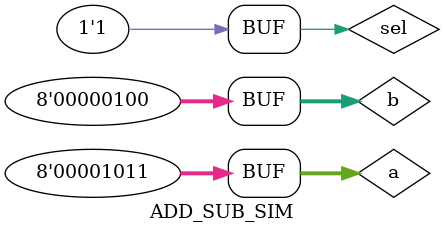
<source format=v>
`timescale 1ns / 1ps
module ADD_SUB_SIM();

reg [7:0] a,b;
reg sel;

wire [7:0] ans;
wire carry;


ADD_SUB UUT(
.a(a),
.b(b),
.sel(sel),

.ans(ans),
.carry(carry)
);

initial begin
a = 8'd132;
b = 8'd127;
sel = 0;

#5;

a = 8'h0B;
b = 8'h04;
sel = 1;




end


endmodule
</source>
